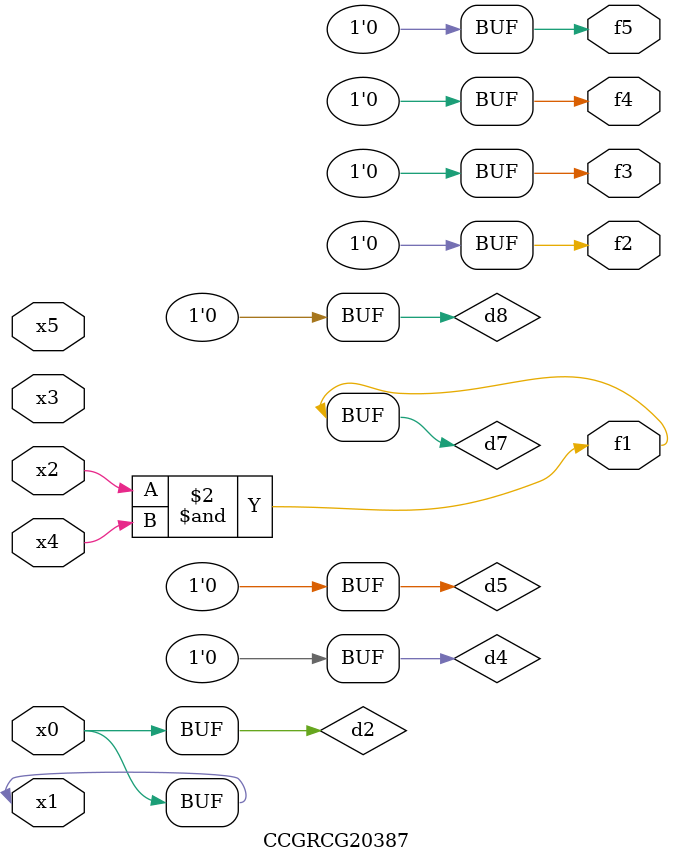
<source format=v>
module CCGRCG20387(
	input x0, x1, x2, x3, x4, x5,
	output f1, f2, f3, f4, f5
);

	wire d1, d2, d3, d4, d5, d6, d7, d8, d9;

	nand (d1, x1);
	buf (d2, x0, x1);
	nand (d3, x2, x4);
	and (d4, d1, d2);
	and (d5, d1, d2);
	nand (d6, d1, d3);
	not (d7, d3);
	xor (d8, d5);
	nor (d9, d5, d6);
	assign f1 = d7;
	assign f2 = d8;
	assign f3 = d8;
	assign f4 = d8;
	assign f5 = d8;
endmodule

</source>
